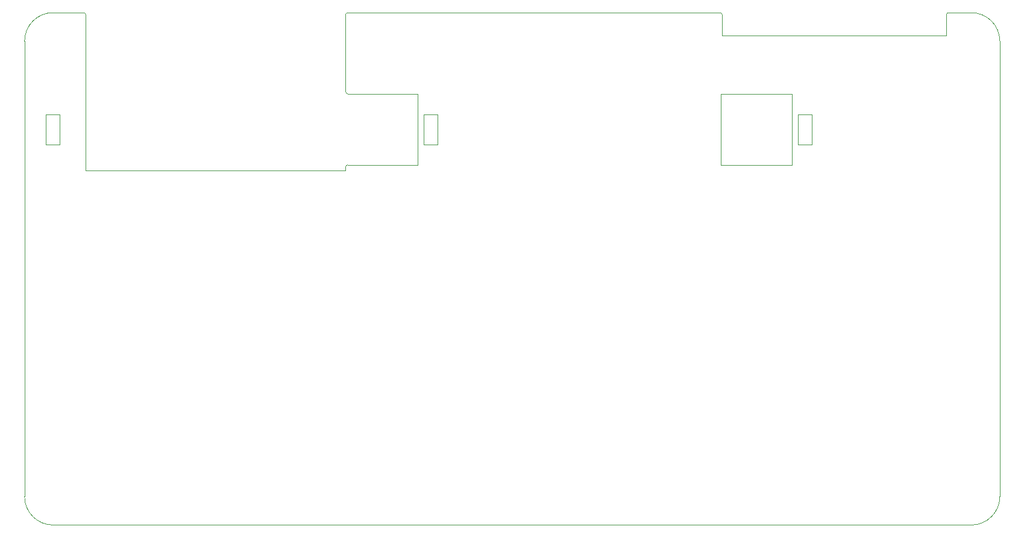
<source format=gm1>
G04 #@! TF.GenerationSoftware,KiCad,Pcbnew,8.0.5*
G04 #@! TF.CreationDate,2025-01-19T00:54:09+09:00*
G04 #@! TF.ProjectId,NERD-HPC_CASE_F,4e455244-2d48-4504-935f-434153455f46,rev?*
G04 #@! TF.SameCoordinates,Original*
G04 #@! TF.FileFunction,Profile,NP*
%FSLAX46Y46*%
G04 Gerber Fmt 4.6, Leading zero omitted, Abs format (unit mm)*
G04 Created by KiCad (PCBNEW 8.0.5) date 2025-01-19 00:54:09*
%MOMM*%
%LPD*%
G01*
G04 APERTURE LIST*
G04 #@! TA.AperFunction,Profile*
%ADD10C,0.050000*%
G04 #@! TD*
G04 APERTURE END LIST*
D10*
X168000000Y-60300000D02*
X168000000Y-63250000D01*
X115100000Y-81700000D02*
G75*
G02*
X115400000Y-81400000I300000J0D01*
G01*
X115100000Y-81700000D02*
X115100000Y-82200000D01*
X72964000Y-74308000D02*
X74964000Y-74308000D01*
X74964000Y-78508000D01*
X72964000Y-78508000D01*
X72964000Y-74308000D01*
X168000000Y-63250000D02*
X199500000Y-63250000D01*
X70000000Y-64000000D02*
X70000000Y-128000000D01*
X74000000Y-132000000D02*
X203000000Y-132000000D01*
X126050000Y-74308000D02*
X128050000Y-74308000D01*
X128050000Y-78508000D01*
X126050000Y-78508000D01*
X126050000Y-74308000D01*
X167800000Y-71400000D02*
X177778000Y-71400000D01*
X115100000Y-60300000D02*
G75*
G02*
X115400000Y-60000000I300000J0D01*
G01*
X203000000Y-60000000D02*
G75*
G02*
X207000000Y-64000000I0J-4000000D01*
G01*
X199500000Y-60300000D02*
G75*
G02*
X199800000Y-60000000I300000J0D01*
G01*
X207000000Y-128000000D02*
X207000000Y-64000000D01*
X167700000Y-60000000D02*
G75*
G02*
X168000000Y-60300000I0J-300000D01*
G01*
X125200000Y-81400000D02*
X115400000Y-81400000D01*
X115400000Y-71400000D02*
X125200000Y-71400000D01*
X177778000Y-81400000D02*
X167800000Y-81400000D01*
X167700000Y-60000000D02*
X115400000Y-60000000D01*
X178628000Y-74308000D02*
X180628000Y-74308000D01*
X180628000Y-78508000D01*
X178628000Y-78508000D01*
X178628000Y-74308000D01*
X74000000Y-132000000D02*
G75*
G02*
X70000000Y-128000000I0J4000000D01*
G01*
X78300000Y-60000000D02*
X74000000Y-60000000D01*
X115100000Y-60300000D02*
X115100000Y-71100000D01*
X207000000Y-128000000D02*
G75*
G02*
X203000000Y-132000000I-4000000J0D01*
G01*
X167800000Y-71400000D02*
X167800000Y-81400000D01*
X78600000Y-82200000D02*
X78600000Y-60300000D01*
X199800000Y-60000000D02*
X203000000Y-60000000D01*
X115400000Y-71400000D02*
G75*
G02*
X115100000Y-71100000I0J300000D01*
G01*
X199500000Y-63250000D02*
X199500000Y-60300000D01*
X125200000Y-71400000D02*
X125200000Y-81400000D01*
X70000000Y-64000000D02*
G75*
G02*
X74000000Y-60000000I4000000J0D01*
G01*
X115100000Y-82200000D02*
X78600000Y-82200000D01*
X177778000Y-71400000D02*
X177778000Y-81400000D01*
X78300000Y-60000000D02*
G75*
G02*
X78600000Y-60300000I0J-300000D01*
G01*
M02*

</source>
